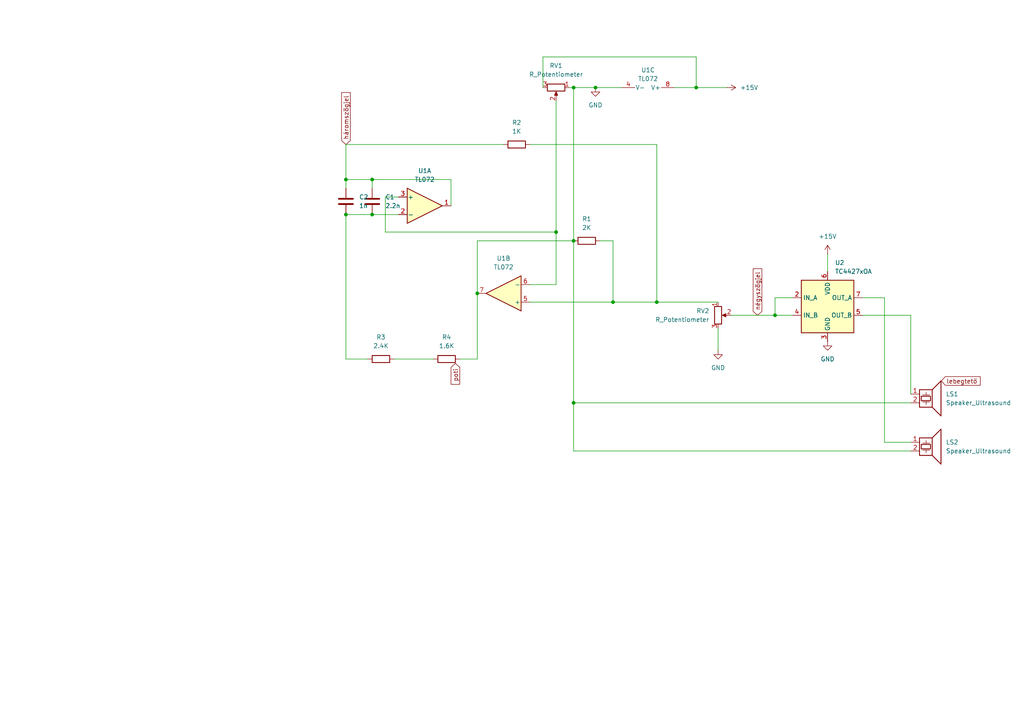
<source format=kicad_sch>
(kicad_sch
	(version 20250114)
	(generator "eeschema")
	(generator_version "9.0")
	(uuid "16fb553f-f7a2-410c-9052-8fcd90fdbff8")
	(paper "A4")
	(lib_symbols
		(symbol "Amplifier_Operational:TL072"
			(pin_names
				(offset 0.127)
			)
			(exclude_from_sim no)
			(in_bom yes)
			(on_board yes)
			(property "Reference" "U"
				(at 0 5.08 0)
				(effects
					(font
						(size 1.27 1.27)
					)
					(justify left)
				)
			)
			(property "Value" "TL072"
				(at 0 -5.08 0)
				(effects
					(font
						(size 1.27 1.27)
					)
					(justify left)
				)
			)
			(property "Footprint" ""
				(at 0 0 0)
				(effects
					(font
						(size 1.27 1.27)
					)
					(hide yes)
				)
			)
			(property "Datasheet" "http://www.ti.com/lit/ds/symlink/tl071.pdf"
				(at 0 0 0)
				(effects
					(font
						(size 1.27 1.27)
					)
					(hide yes)
				)
			)
			(property "Description" "Dual Low-Noise JFET-Input Operational Amplifiers, DIP-8/SOIC-8"
				(at 0 0 0)
				(effects
					(font
						(size 1.27 1.27)
					)
					(hide yes)
				)
			)
			(property "ki_locked" ""
				(at 0 0 0)
				(effects
					(font
						(size 1.27 1.27)
					)
				)
			)
			(property "ki_keywords" "dual opamp"
				(at 0 0 0)
				(effects
					(font
						(size 1.27 1.27)
					)
					(hide yes)
				)
			)
			(property "ki_fp_filters" "SOIC*3.9x4.9mm*P1.27mm* DIP*W7.62mm* TO*99* OnSemi*Micro8* TSSOP*3x3mm*P0.65mm* TSSOP*4.4x3mm*P0.65mm* MSOP*3x3mm*P0.65mm* SSOP*3.9x4.9mm*P0.635mm* LFCSP*2x2mm*P0.5mm* *SIP* SOIC*5.3x6.2mm*P1.27mm*"
				(at 0 0 0)
				(effects
					(font
						(size 1.27 1.27)
					)
					(hide yes)
				)
			)
			(symbol "TL072_1_1"
				(polyline
					(pts
						(xy -5.08 5.08) (xy 5.08 0) (xy -5.08 -5.08) (xy -5.08 5.08)
					)
					(stroke
						(width 0.254)
						(type default)
					)
					(fill
						(type background)
					)
				)
				(pin input line
					(at -7.62 2.54 0)
					(length 2.54)
					(name "+"
						(effects
							(font
								(size 1.27 1.27)
							)
						)
					)
					(number "3"
						(effects
							(font
								(size 1.27 1.27)
							)
						)
					)
				)
				(pin input line
					(at -7.62 -2.54 0)
					(length 2.54)
					(name "-"
						(effects
							(font
								(size 1.27 1.27)
							)
						)
					)
					(number "2"
						(effects
							(font
								(size 1.27 1.27)
							)
						)
					)
				)
				(pin output line
					(at 7.62 0 180)
					(length 2.54)
					(name "~"
						(effects
							(font
								(size 1.27 1.27)
							)
						)
					)
					(number "1"
						(effects
							(font
								(size 1.27 1.27)
							)
						)
					)
				)
			)
			(symbol "TL072_2_1"
				(polyline
					(pts
						(xy -5.08 5.08) (xy 5.08 0) (xy -5.08 -5.08) (xy -5.08 5.08)
					)
					(stroke
						(width 0.254)
						(type default)
					)
					(fill
						(type background)
					)
				)
				(pin input line
					(at -7.62 2.54 0)
					(length 2.54)
					(name "+"
						(effects
							(font
								(size 1.27 1.27)
							)
						)
					)
					(number "5"
						(effects
							(font
								(size 1.27 1.27)
							)
						)
					)
				)
				(pin input line
					(at -7.62 -2.54 0)
					(length 2.54)
					(name "-"
						(effects
							(font
								(size 1.27 1.27)
							)
						)
					)
					(number "6"
						(effects
							(font
								(size 1.27 1.27)
							)
						)
					)
				)
				(pin output line
					(at 7.62 0 180)
					(length 2.54)
					(name "~"
						(effects
							(font
								(size 1.27 1.27)
							)
						)
					)
					(number "7"
						(effects
							(font
								(size 1.27 1.27)
							)
						)
					)
				)
			)
			(symbol "TL072_3_1"
				(pin power_in line
					(at -2.54 7.62 270)
					(length 3.81)
					(name "V+"
						(effects
							(font
								(size 1.27 1.27)
							)
						)
					)
					(number "8"
						(effects
							(font
								(size 1.27 1.27)
							)
						)
					)
				)
				(pin power_in line
					(at -2.54 -7.62 90)
					(length 3.81)
					(name "V-"
						(effects
							(font
								(size 1.27 1.27)
							)
						)
					)
					(number "4"
						(effects
							(font
								(size 1.27 1.27)
							)
						)
					)
				)
			)
			(embedded_fonts no)
		)
		(symbol "Device:C"
			(pin_numbers
				(hide yes)
			)
			(pin_names
				(offset 0.254)
			)
			(exclude_from_sim no)
			(in_bom yes)
			(on_board yes)
			(property "Reference" "C"
				(at 0.635 2.54 0)
				(effects
					(font
						(size 1.27 1.27)
					)
					(justify left)
				)
			)
			(property "Value" "C"
				(at 0.635 -2.54 0)
				(effects
					(font
						(size 1.27 1.27)
					)
					(justify left)
				)
			)
			(property "Footprint" ""
				(at 0.9652 -3.81 0)
				(effects
					(font
						(size 1.27 1.27)
					)
					(hide yes)
				)
			)
			(property "Datasheet" "~"
				(at 0 0 0)
				(effects
					(font
						(size 1.27 1.27)
					)
					(hide yes)
				)
			)
			(property "Description" "Unpolarized capacitor"
				(at 0 0 0)
				(effects
					(font
						(size 1.27 1.27)
					)
					(hide yes)
				)
			)
			(property "ki_keywords" "cap capacitor"
				(at 0 0 0)
				(effects
					(font
						(size 1.27 1.27)
					)
					(hide yes)
				)
			)
			(property "ki_fp_filters" "C_*"
				(at 0 0 0)
				(effects
					(font
						(size 1.27 1.27)
					)
					(hide yes)
				)
			)
			(symbol "C_0_1"
				(polyline
					(pts
						(xy -2.032 0.762) (xy 2.032 0.762)
					)
					(stroke
						(width 0.508)
						(type default)
					)
					(fill
						(type none)
					)
				)
				(polyline
					(pts
						(xy -2.032 -0.762) (xy 2.032 -0.762)
					)
					(stroke
						(width 0.508)
						(type default)
					)
					(fill
						(type none)
					)
				)
			)
			(symbol "C_1_1"
				(pin passive line
					(at 0 3.81 270)
					(length 2.794)
					(name "~"
						(effects
							(font
								(size 1.27 1.27)
							)
						)
					)
					(number "1"
						(effects
							(font
								(size 1.27 1.27)
							)
						)
					)
				)
				(pin passive line
					(at 0 -3.81 90)
					(length 2.794)
					(name "~"
						(effects
							(font
								(size 1.27 1.27)
							)
						)
					)
					(number "2"
						(effects
							(font
								(size 1.27 1.27)
							)
						)
					)
				)
			)
			(embedded_fonts no)
		)
		(symbol "Device:R"
			(pin_numbers
				(hide yes)
			)
			(pin_names
				(offset 0)
			)
			(exclude_from_sim no)
			(in_bom yes)
			(on_board yes)
			(property "Reference" "R"
				(at 2.032 0 90)
				(effects
					(font
						(size 1.27 1.27)
					)
				)
			)
			(property "Value" "R"
				(at 0 0 90)
				(effects
					(font
						(size 1.27 1.27)
					)
				)
			)
			(property "Footprint" ""
				(at -1.778 0 90)
				(effects
					(font
						(size 1.27 1.27)
					)
					(hide yes)
				)
			)
			(property "Datasheet" "~"
				(at 0 0 0)
				(effects
					(font
						(size 1.27 1.27)
					)
					(hide yes)
				)
			)
			(property "Description" "Resistor"
				(at 0 0 0)
				(effects
					(font
						(size 1.27 1.27)
					)
					(hide yes)
				)
			)
			(property "ki_keywords" "R res resistor"
				(at 0 0 0)
				(effects
					(font
						(size 1.27 1.27)
					)
					(hide yes)
				)
			)
			(property "ki_fp_filters" "R_*"
				(at 0 0 0)
				(effects
					(font
						(size 1.27 1.27)
					)
					(hide yes)
				)
			)
			(symbol "R_0_1"
				(rectangle
					(start -1.016 -2.54)
					(end 1.016 2.54)
					(stroke
						(width 0.254)
						(type default)
					)
					(fill
						(type none)
					)
				)
			)
			(symbol "R_1_1"
				(pin passive line
					(at 0 3.81 270)
					(length 1.27)
					(name "~"
						(effects
							(font
								(size 1.27 1.27)
							)
						)
					)
					(number "1"
						(effects
							(font
								(size 1.27 1.27)
							)
						)
					)
				)
				(pin passive line
					(at 0 -3.81 90)
					(length 1.27)
					(name "~"
						(effects
							(font
								(size 1.27 1.27)
							)
						)
					)
					(number "2"
						(effects
							(font
								(size 1.27 1.27)
							)
						)
					)
				)
			)
			(embedded_fonts no)
		)
		(symbol "Device:R_Potentiometer"
			(pin_names
				(offset 1.016)
				(hide yes)
			)
			(exclude_from_sim no)
			(in_bom yes)
			(on_board yes)
			(property "Reference" "RV"
				(at -4.445 0 90)
				(effects
					(font
						(size 1.27 1.27)
					)
				)
			)
			(property "Value" "R_Potentiometer"
				(at -2.54 0 90)
				(effects
					(font
						(size 1.27 1.27)
					)
				)
			)
			(property "Footprint" ""
				(at 0 0 0)
				(effects
					(font
						(size 1.27 1.27)
					)
					(hide yes)
				)
			)
			(property "Datasheet" "~"
				(at 0 0 0)
				(effects
					(font
						(size 1.27 1.27)
					)
					(hide yes)
				)
			)
			(property "Description" "Potentiometer"
				(at 0 0 0)
				(effects
					(font
						(size 1.27 1.27)
					)
					(hide yes)
				)
			)
			(property "ki_keywords" "resistor variable"
				(at 0 0 0)
				(effects
					(font
						(size 1.27 1.27)
					)
					(hide yes)
				)
			)
			(property "ki_fp_filters" "Potentiometer*"
				(at 0 0 0)
				(effects
					(font
						(size 1.27 1.27)
					)
					(hide yes)
				)
			)
			(symbol "R_Potentiometer_0_1"
				(rectangle
					(start 1.016 2.54)
					(end -1.016 -2.54)
					(stroke
						(width 0.254)
						(type default)
					)
					(fill
						(type none)
					)
				)
				(polyline
					(pts
						(xy 1.143 0) (xy 2.286 0.508) (xy 2.286 -0.508) (xy 1.143 0)
					)
					(stroke
						(width 0)
						(type default)
					)
					(fill
						(type outline)
					)
				)
				(polyline
					(pts
						(xy 2.54 0) (xy 1.524 0)
					)
					(stroke
						(width 0)
						(type default)
					)
					(fill
						(type none)
					)
				)
			)
			(symbol "R_Potentiometer_1_1"
				(pin passive line
					(at 0 3.81 270)
					(length 1.27)
					(name "1"
						(effects
							(font
								(size 1.27 1.27)
							)
						)
					)
					(number "1"
						(effects
							(font
								(size 1.27 1.27)
							)
						)
					)
				)
				(pin passive line
					(at 0 -3.81 90)
					(length 1.27)
					(name "3"
						(effects
							(font
								(size 1.27 1.27)
							)
						)
					)
					(number "3"
						(effects
							(font
								(size 1.27 1.27)
							)
						)
					)
				)
				(pin passive line
					(at 3.81 0 180)
					(length 1.27)
					(name "2"
						(effects
							(font
								(size 1.27 1.27)
							)
						)
					)
					(number "2"
						(effects
							(font
								(size 1.27 1.27)
							)
						)
					)
				)
			)
			(embedded_fonts no)
		)
		(symbol "Device:Speaker_Ultrasound"
			(pin_names
				(offset 0)
				(hide yes)
			)
			(exclude_from_sim no)
			(in_bom yes)
			(on_board yes)
			(property "Reference" "LS"
				(at 0.635 5.715 0)
				(effects
					(font
						(size 1.27 1.27)
					)
					(justify right)
				)
			)
			(property "Value" "Speaker_Ultrasound"
				(at 0.635 3.81 0)
				(effects
					(font
						(size 1.27 1.27)
					)
					(justify right)
				)
			)
			(property "Footprint" ""
				(at -0.889 -1.27 0)
				(effects
					(font
						(size 1.27 1.27)
					)
					(hide yes)
				)
			)
			(property "Datasheet" "~"
				(at -0.889 -1.27 0)
				(effects
					(font
						(size 1.27 1.27)
					)
					(hide yes)
				)
			)
			(property "Description" "Ultrasonic transducer"
				(at 0 0 0)
				(effects
					(font
						(size 1.27 1.27)
					)
					(hide yes)
				)
			)
			(property "ki_keywords" "crystal speaker ultrasonic transducer"
				(at 0 0 0)
				(effects
					(font
						(size 1.27 1.27)
					)
					(hide yes)
				)
			)
			(symbol "Speaker_Ultrasound_0_0"
				(rectangle
					(start -2.54 1.27)
					(end 1.143 -3.81)
					(stroke
						(width 0.254)
						(type default)
					)
					(fill
						(type none)
					)
				)
				(rectangle
					(start -2.032 -0.635)
					(end 0.635 -1.905)
					(stroke
						(width 0.254)
						(type default)
					)
					(fill
						(type none)
					)
				)
				(polyline
					(pts
						(xy -1.651 -0.254) (xy 0.381 -0.254)
					)
					(stroke
						(width 0)
						(type default)
					)
					(fill
						(type none)
					)
				)
				(polyline
					(pts
						(xy -1.651 -2.286) (xy 0.381 -2.286)
					)
					(stroke
						(width 0)
						(type default)
					)
					(fill
						(type none)
					)
				)
				(polyline
					(pts
						(xy -0.635 -0.254) (xy -0.635 0.508)
					)
					(stroke
						(width 0)
						(type default)
					)
					(fill
						(type none)
					)
				)
				(polyline
					(pts
						(xy -0.635 -2.286) (xy -0.635 -3.048)
					)
					(stroke
						(width 0)
						(type default)
					)
					(fill
						(type none)
					)
				)
				(polyline
					(pts
						(xy 1.143 1.27) (xy 3.683 3.81) (xy 3.683 -6.35) (xy 1.143 -3.81)
					)
					(stroke
						(width 0.254)
						(type default)
					)
					(fill
						(type none)
					)
				)
			)
			(symbol "Speaker_Ultrasound_1_1"
				(pin input line
					(at -5.08 0 0)
					(length 2.54)
					(name "1"
						(effects
							(font
								(size 1.27 1.27)
							)
						)
					)
					(number "1"
						(effects
							(font
								(size 1.27 1.27)
							)
						)
					)
				)
				(pin input line
					(at -5.08 -2.54 0)
					(length 2.54)
					(name "2"
						(effects
							(font
								(size 1.27 1.27)
							)
						)
					)
					(number "2"
						(effects
							(font
								(size 1.27 1.27)
							)
						)
					)
				)
			)
			(embedded_fonts no)
		)
		(symbol "Driver_FET:TC4427xOA"
			(exclude_from_sim no)
			(in_bom yes)
			(on_board yes)
			(property "Reference" "U"
				(at -7.62 8.89 0)
				(effects
					(font
						(size 1.27 1.27)
					)
					(justify left)
				)
			)
			(property "Value" "TC4427xOA"
				(at 1.27 8.89 0)
				(effects
					(font
						(size 1.27 1.27)
					)
					(justify left)
				)
			)
			(property "Footprint" "Package_SO:SOIC-8_3.9x4.9mm_P1.27mm"
				(at 0.508 -15.24 0)
				(effects
					(font
						(size 1.27 1.27)
					)
					(hide yes)
				)
			)
			(property "Datasheet" "https://ww1.microchip.com/downloads/en/DeviceDoc/20001422G.pdf"
				(at 0.508 -13.208 0)
				(effects
					(font
						(size 1.27 1.27)
					)
					(hide yes)
				)
			)
			(property "Description" "1.5A Dual High-Speed Power MOSFET Drivers, 4.5...18V supply, TTL/CMOS compatible inputs, non-inverting drivers, SOIC-8"
				(at 0 -11.176 0)
				(effects
					(font
						(size 1.27 1.27)
					)
					(hide yes)
				)
			)
			(property "ki_keywords" "ESD push-pull"
				(at 0 0 0)
				(effects
					(font
						(size 1.27 1.27)
					)
					(hide yes)
				)
			)
			(property "ki_fp_filters" "*SO*3.9*4.*P1.27mm*"
				(at 0 0 0)
				(effects
					(font
						(size 1.27 1.27)
					)
					(hide yes)
				)
			)
			(symbol "TC4427xOA_0_1"
				(rectangle
					(start -7.62 -7.62)
					(end 7.62 7.62)
					(stroke
						(width 0.254)
						(type default)
					)
					(fill
						(type background)
					)
				)
			)
			(symbol "TC4427xOA_1_1"
				(pin input line
					(at -10.16 2.54 0)
					(length 2.54)
					(name "IN_A"
						(effects
							(font
								(size 1.27 1.27)
							)
						)
					)
					(number "2"
						(effects
							(font
								(size 1.27 1.27)
							)
						)
					)
				)
				(pin input line
					(at -10.16 -2.54 0)
					(length 2.54)
					(name "IN_B"
						(effects
							(font
								(size 1.27 1.27)
							)
						)
					)
					(number "4"
						(effects
							(font
								(size 1.27 1.27)
							)
						)
					)
				)
				(pin no_connect line
					(at -7.62 0 0)
					(length 2.54)
					(hide yes)
					(name "NC"
						(effects
							(font
								(size 1.27 1.27)
							)
						)
					)
					(number "1"
						(effects
							(font
								(size 1.27 1.27)
							)
						)
					)
				)
				(pin power_in line
					(at 0 10.16 270)
					(length 2.54)
					(name "VDD"
						(effects
							(font
								(size 1.27 1.27)
							)
						)
					)
					(number "6"
						(effects
							(font
								(size 1.27 1.27)
							)
						)
					)
				)
				(pin power_in line
					(at 0 -10.16 90)
					(length 2.54)
					(name "GND"
						(effects
							(font
								(size 1.27 1.27)
							)
						)
					)
					(number "3"
						(effects
							(font
								(size 1.27 1.27)
							)
						)
					)
				)
				(pin no_connect line
					(at 7.62 0 180)
					(length 2.54)
					(hide yes)
					(name "NC"
						(effects
							(font
								(size 1.27 1.27)
							)
						)
					)
					(number "8"
						(effects
							(font
								(size 1.27 1.27)
							)
						)
					)
				)
				(pin output line
					(at 10.16 2.54 180)
					(length 2.54)
					(name "OUT_A"
						(effects
							(font
								(size 1.27 1.27)
							)
						)
					)
					(number "7"
						(effects
							(font
								(size 1.27 1.27)
							)
						)
					)
				)
				(pin output line
					(at 10.16 -2.54 180)
					(length 2.54)
					(name "OUT_B"
						(effects
							(font
								(size 1.27 1.27)
							)
						)
					)
					(number "5"
						(effects
							(font
								(size 1.27 1.27)
							)
						)
					)
				)
			)
			(embedded_fonts no)
		)
		(symbol "power:+15V"
			(power)
			(pin_numbers
				(hide yes)
			)
			(pin_names
				(offset 0)
				(hide yes)
			)
			(exclude_from_sim no)
			(in_bom yes)
			(on_board yes)
			(property "Reference" "#PWR"
				(at 0 -3.81 0)
				(effects
					(font
						(size 1.27 1.27)
					)
					(hide yes)
				)
			)
			(property "Value" "+15V"
				(at 0 3.556 0)
				(effects
					(font
						(size 1.27 1.27)
					)
				)
			)
			(property "Footprint" ""
				(at 0 0 0)
				(effects
					(font
						(size 1.27 1.27)
					)
					(hide yes)
				)
			)
			(property "Datasheet" ""
				(at 0 0 0)
				(effects
					(font
						(size 1.27 1.27)
					)
					(hide yes)
				)
			)
			(property "Description" "Power symbol creates a global label with name \"+15V\""
				(at 0 0 0)
				(effects
					(font
						(size 1.27 1.27)
					)
					(hide yes)
				)
			)
			(property "ki_keywords" "global power"
				(at 0 0 0)
				(effects
					(font
						(size 1.27 1.27)
					)
					(hide yes)
				)
			)
			(symbol "+15V_0_1"
				(polyline
					(pts
						(xy -0.762 1.27) (xy 0 2.54)
					)
					(stroke
						(width 0)
						(type default)
					)
					(fill
						(type none)
					)
				)
				(polyline
					(pts
						(xy 0 2.54) (xy 0.762 1.27)
					)
					(stroke
						(width 0)
						(type default)
					)
					(fill
						(type none)
					)
				)
				(polyline
					(pts
						(xy 0 0) (xy 0 2.54)
					)
					(stroke
						(width 0)
						(type default)
					)
					(fill
						(type none)
					)
				)
			)
			(symbol "+15V_1_1"
				(pin power_in line
					(at 0 0 90)
					(length 0)
					(name "~"
						(effects
							(font
								(size 1.27 1.27)
							)
						)
					)
					(number "1"
						(effects
							(font
								(size 1.27 1.27)
							)
						)
					)
				)
			)
			(embedded_fonts no)
		)
		(symbol "power:GND"
			(power)
			(pin_numbers
				(hide yes)
			)
			(pin_names
				(offset 0)
				(hide yes)
			)
			(exclude_from_sim no)
			(in_bom yes)
			(on_board yes)
			(property "Reference" "#PWR"
				(at 0 -6.35 0)
				(effects
					(font
						(size 1.27 1.27)
					)
					(hide yes)
				)
			)
			(property "Value" "GND"
				(at 0 -3.81 0)
				(effects
					(font
						(size 1.27 1.27)
					)
				)
			)
			(property "Footprint" ""
				(at 0 0 0)
				(effects
					(font
						(size 1.27 1.27)
					)
					(hide yes)
				)
			)
			(property "Datasheet" ""
				(at 0 0 0)
				(effects
					(font
						(size 1.27 1.27)
					)
					(hide yes)
				)
			)
			(property "Description" "Power symbol creates a global label with name \"GND\" , ground"
				(at 0 0 0)
				(effects
					(font
						(size 1.27 1.27)
					)
					(hide yes)
				)
			)
			(property "ki_keywords" "global power"
				(at 0 0 0)
				(effects
					(font
						(size 1.27 1.27)
					)
					(hide yes)
				)
			)
			(symbol "GND_0_1"
				(polyline
					(pts
						(xy 0 0) (xy 0 -1.27) (xy 1.27 -1.27) (xy 0 -2.54) (xy -1.27 -1.27) (xy 0 -1.27)
					)
					(stroke
						(width 0)
						(type default)
					)
					(fill
						(type none)
					)
				)
			)
			(symbol "GND_1_1"
				(pin power_in line
					(at 0 0 270)
					(length 0)
					(name "~"
						(effects
							(font
								(size 1.27 1.27)
							)
						)
					)
					(number "1"
						(effects
							(font
								(size 1.27 1.27)
							)
						)
					)
				)
			)
			(embedded_fonts no)
		)
	)
	(junction
		(at 166.37 116.84)
		(diameter 0)
		(color 0 0 0 0)
		(uuid "04d3b621-1c64-4773-9d19-ebf7965a7b7b")
	)
	(junction
		(at 161.29 67.31)
		(diameter 0)
		(color 0 0 0 0)
		(uuid "0ec46972-0486-4ca4-9d2f-a8b5a029a091")
	)
	(junction
		(at 100.33 52.07)
		(diameter 0)
		(color 0 0 0 0)
		(uuid "1bd3e01c-9cd6-4d1e-81a1-40b7e99d8882")
	)
	(junction
		(at 100.33 62.23)
		(diameter 0)
		(color 0 0 0 0)
		(uuid "1d9528a2-cb1f-4292-ac50-41274ccde578")
	)
	(junction
		(at 172.72 25.4)
		(diameter 0)
		(color 0 0 0 0)
		(uuid "2262891f-dbc8-4e87-971a-4acf5fd8cdd2")
	)
	(junction
		(at 224.79 91.44)
		(diameter 0)
		(color 0 0 0 0)
		(uuid "2e0a4802-f3a9-43d4-9ff8-ab981adfcf2b")
	)
	(junction
		(at 177.8 87.63)
		(diameter 0)
		(color 0 0 0 0)
		(uuid "53146f62-c89c-4899-ac93-c7758a5cc744")
	)
	(junction
		(at 166.37 69.85)
		(diameter 0)
		(color 0 0 0 0)
		(uuid "57c8ace6-99ef-430e-a526-406e37747405")
	)
	(junction
		(at 190.5 87.63)
		(diameter 0)
		(color 0 0 0 0)
		(uuid "91dd5efa-89b2-4037-ba1e-9023e840d1d4")
	)
	(junction
		(at 138.43 85.09)
		(diameter 0)
		(color 0 0 0 0)
		(uuid "c7e9e1ea-3915-43b1-8725-f29f94d840a1")
	)
	(junction
		(at 107.95 62.23)
		(diameter 0)
		(color 0 0 0 0)
		(uuid "ce323458-9882-47e9-ad92-e5ff97dfc383")
	)
	(junction
		(at 166.37 25.4)
		(diameter 0)
		(color 0 0 0 0)
		(uuid "d9cb3a85-d431-4ade-990c-c765dfeca920")
	)
	(junction
		(at 107.95 52.07)
		(diameter 0)
		(color 0 0 0 0)
		(uuid "ed9c282e-cbb2-450d-b912-851962e39a38")
	)
	(junction
		(at 201.93 25.4)
		(diameter 0)
		(color 0 0 0 0)
		(uuid "f50624cb-39f4-47bd-8c1f-f4dcb87d23c7")
	)
	(wire
		(pts
			(xy 190.5 87.63) (xy 208.28 87.63)
		)
		(stroke
			(width 0)
			(type default)
		)
		(uuid "03a7854a-95d2-4a29-ab9e-f8adbbb92849")
	)
	(wire
		(pts
			(xy 166.37 69.85) (xy 166.37 116.84)
		)
		(stroke
			(width 0)
			(type default)
		)
		(uuid "0657a6d3-b804-4a63-aa78-8e8523cac34c")
	)
	(wire
		(pts
			(xy 138.43 104.14) (xy 138.43 85.09)
		)
		(stroke
			(width 0)
			(type default)
		)
		(uuid "086ff19e-1ab2-49df-809c-d58df834bd2d")
	)
	(wire
		(pts
			(xy 256.54 128.27) (xy 264.16 128.27)
		)
		(stroke
			(width 0)
			(type default)
		)
		(uuid "0b0a0129-385f-417a-92bd-b87a1e64d1a9")
	)
	(wire
		(pts
			(xy 201.93 16.51) (xy 157.48 16.51)
		)
		(stroke
			(width 0)
			(type default)
		)
		(uuid "134a3aaa-3f2a-4449-b7b1-67fb454ec48c")
	)
	(wire
		(pts
			(xy 195.58 25.4) (xy 201.93 25.4)
		)
		(stroke
			(width 0)
			(type default)
		)
		(uuid "15a46031-b513-439c-b962-ff5fd0b71a4c")
	)
	(wire
		(pts
			(xy 138.43 69.85) (xy 166.37 69.85)
		)
		(stroke
			(width 0)
			(type default)
		)
		(uuid "182ca5ca-fcc7-4a78-b32e-c0c5b262d619")
	)
	(wire
		(pts
			(xy 264.16 116.84) (xy 166.37 116.84)
		)
		(stroke
			(width 0)
			(type default)
		)
		(uuid "1e46d76f-e331-4e3a-90ea-a25dde1ecf60")
	)
	(wire
		(pts
			(xy 166.37 116.84) (xy 166.37 130.81)
		)
		(stroke
			(width 0)
			(type default)
		)
		(uuid "2d89491c-8232-4473-86e7-55d7e673f7ee")
	)
	(wire
		(pts
			(xy 165.1 25.4) (xy 166.37 25.4)
		)
		(stroke
			(width 0)
			(type default)
		)
		(uuid "2f89dc19-c118-4f7e-8dce-7deba2198d1b")
	)
	(wire
		(pts
			(xy 250.19 91.44) (xy 264.16 91.44)
		)
		(stroke
			(width 0)
			(type default)
		)
		(uuid "3618172c-4590-49f7-be2a-b016633f771e")
	)
	(wire
		(pts
			(xy 264.16 91.44) (xy 264.16 114.3)
		)
		(stroke
			(width 0)
			(type default)
		)
		(uuid "3e700c48-bdbf-4ac9-8bd1-5481559a680a")
	)
	(wire
		(pts
			(xy 212.09 91.44) (xy 224.79 91.44)
		)
		(stroke
			(width 0)
			(type default)
		)
		(uuid "4043a967-2511-4be9-88f2-e41eb1dda1bc")
	)
	(wire
		(pts
			(xy 100.33 52.07) (xy 100.33 41.91)
		)
		(stroke
			(width 0)
			(type default)
		)
		(uuid "41d4041d-c4bb-4581-945b-478386b0f94a")
	)
	(wire
		(pts
			(xy 107.95 52.07) (xy 130.81 52.07)
		)
		(stroke
			(width 0)
			(type default)
		)
		(uuid "4d1b1988-1f21-4f22-8bc8-8cab57ed09e3")
	)
	(wire
		(pts
			(xy 224.79 91.44) (xy 224.79 86.36)
		)
		(stroke
			(width 0)
			(type default)
		)
		(uuid "5064f629-cfa8-4d14-b1b2-2f1e2c03c956")
	)
	(wire
		(pts
			(xy 177.8 87.63) (xy 190.5 87.63)
		)
		(stroke
			(width 0)
			(type default)
		)
		(uuid "5305d3b2-e330-4995-99b1-eb02dedc7759")
	)
	(wire
		(pts
			(xy 107.95 62.23) (xy 115.57 62.23)
		)
		(stroke
			(width 0)
			(type default)
		)
		(uuid "61806faa-8a31-43f3-afd2-bcab3bf78efd")
	)
	(wire
		(pts
			(xy 172.72 25.4) (xy 180.34 25.4)
		)
		(stroke
			(width 0)
			(type default)
		)
		(uuid "666d47ca-4085-4a27-800e-f4f2d315b434")
	)
	(wire
		(pts
			(xy 166.37 25.4) (xy 172.72 25.4)
		)
		(stroke
			(width 0)
			(type default)
		)
		(uuid "66ccdd24-ac49-4cea-b500-b857416bf5dd")
	)
	(wire
		(pts
			(xy 157.48 16.51) (xy 157.48 25.4)
		)
		(stroke
			(width 0)
			(type default)
		)
		(uuid "69125752-c1b1-41c0-a83d-c108d905f865")
	)
	(wire
		(pts
			(xy 208.28 95.25) (xy 208.28 101.6)
		)
		(stroke
			(width 0)
			(type default)
		)
		(uuid "6d479671-1652-44fb-b51f-6f2a492d7709")
	)
	(wire
		(pts
			(xy 161.29 29.21) (xy 161.29 67.31)
		)
		(stroke
			(width 0)
			(type default)
		)
		(uuid "739347a7-5e02-4199-aabb-90f8f631fee5")
	)
	(wire
		(pts
			(xy 166.37 25.4) (xy 166.37 69.85)
		)
		(stroke
			(width 0)
			(type default)
		)
		(uuid "7cd07144-bacf-45ac-9d90-c9428468a556")
	)
	(wire
		(pts
			(xy 224.79 86.36) (xy 229.87 86.36)
		)
		(stroke
			(width 0)
			(type default)
		)
		(uuid "7e4449a3-3eb2-4af3-b38e-3fd6ce9e9157")
	)
	(wire
		(pts
			(xy 100.33 41.91) (xy 146.05 41.91)
		)
		(stroke
			(width 0)
			(type default)
		)
		(uuid "80bb44b5-301d-4a3d-b53a-fdcede692d97")
	)
	(wire
		(pts
			(xy 100.33 104.14) (xy 106.68 104.14)
		)
		(stroke
			(width 0)
			(type default)
		)
		(uuid "82fb4155-eef4-40ac-ab80-1daab14e535f")
	)
	(wire
		(pts
			(xy 153.67 87.63) (xy 177.8 87.63)
		)
		(stroke
			(width 0)
			(type default)
		)
		(uuid "8ad3f337-4e33-4aca-8a40-a0d6fe9eaec7")
	)
	(wire
		(pts
			(xy 114.3 104.14) (xy 125.73 104.14)
		)
		(stroke
			(width 0)
			(type default)
		)
		(uuid "96b18559-e310-4339-8e15-b01cd1e854d1")
	)
	(wire
		(pts
			(xy 111.76 67.31) (xy 161.29 67.31)
		)
		(stroke
			(width 0)
			(type default)
		)
		(uuid "97131311-9d16-45a1-a643-a6359abf8783")
	)
	(wire
		(pts
			(xy 130.81 59.69) (xy 130.81 52.07)
		)
		(stroke
			(width 0)
			(type default)
		)
		(uuid "a1fe7b13-1289-4d89-b407-1e2225db8bee")
	)
	(wire
		(pts
			(xy 138.43 85.09) (xy 138.43 69.85)
		)
		(stroke
			(width 0)
			(type default)
		)
		(uuid "a39d59f3-7ef8-4cf8-b1bd-8ead738ad12d")
	)
	(wire
		(pts
			(xy 100.33 52.07) (xy 107.95 52.07)
		)
		(stroke
			(width 0)
			(type default)
		)
		(uuid "a40b4268-2fbe-4ca8-b58c-681a92ad8671")
	)
	(wire
		(pts
			(xy 133.35 104.14) (xy 138.43 104.14)
		)
		(stroke
			(width 0)
			(type default)
		)
		(uuid "a851c8e7-791e-4598-9487-bac0eac71a2d")
	)
	(wire
		(pts
			(xy 264.16 130.81) (xy 166.37 130.81)
		)
		(stroke
			(width 0)
			(type default)
		)
		(uuid "aa1d908e-5745-4457-a0f9-a532c5717c64")
	)
	(wire
		(pts
			(xy 224.79 91.44) (xy 229.87 91.44)
		)
		(stroke
			(width 0)
			(type default)
		)
		(uuid "acb365da-294d-4d66-a4f3-0d5663f7998c")
	)
	(wire
		(pts
			(xy 111.76 57.15) (xy 111.76 67.31)
		)
		(stroke
			(width 0)
			(type default)
		)
		(uuid "b8b7dded-e752-4967-b645-82353eef301c")
	)
	(wire
		(pts
			(xy 107.95 52.07) (xy 107.95 54.61)
		)
		(stroke
			(width 0)
			(type default)
		)
		(uuid "b990a252-56c9-4254-8813-ddb7e504d061")
	)
	(wire
		(pts
			(xy 115.57 57.15) (xy 111.76 57.15)
		)
		(stroke
			(width 0)
			(type default)
		)
		(uuid "bede2502-eb36-4188-bd3d-5021b86ed3f2")
	)
	(wire
		(pts
			(xy 190.5 41.91) (xy 190.5 87.63)
		)
		(stroke
			(width 0)
			(type default)
		)
		(uuid "c5d27325-5db6-4fcd-982e-742266359527")
	)
	(wire
		(pts
			(xy 256.54 86.36) (xy 256.54 128.27)
		)
		(stroke
			(width 0)
			(type default)
		)
		(uuid "c679af36-65ad-4bf3-8e70-692f5cdb3a23")
	)
	(wire
		(pts
			(xy 161.29 67.31) (xy 161.29 82.55)
		)
		(stroke
			(width 0)
			(type default)
		)
		(uuid "cddec634-7e70-4353-a5f0-b842a007e95d")
	)
	(wire
		(pts
			(xy 100.33 62.23) (xy 100.33 104.14)
		)
		(stroke
			(width 0)
			(type default)
		)
		(uuid "cf3688ab-eac4-4cf2-bf53-ead53a09fe5b")
	)
	(wire
		(pts
			(xy 161.29 82.55) (xy 153.67 82.55)
		)
		(stroke
			(width 0)
			(type default)
		)
		(uuid "d4071c9a-e12e-458b-be6d-fbfc138c63cd")
	)
	(wire
		(pts
			(xy 250.19 86.36) (xy 256.54 86.36)
		)
		(stroke
			(width 0)
			(type default)
		)
		(uuid "d42ef455-0d17-4750-a9af-cd6c34539100")
	)
	(wire
		(pts
			(xy 173.99 69.85) (xy 177.8 69.85)
		)
		(stroke
			(width 0)
			(type default)
		)
		(uuid "db03e176-d3bd-4b2b-b395-4bb262eb65bc")
	)
	(wire
		(pts
			(xy 100.33 62.23) (xy 107.95 62.23)
		)
		(stroke
			(width 0)
			(type default)
		)
		(uuid "e6a9527c-61f9-4794-a6d4-872c340dcfbd")
	)
	(wire
		(pts
			(xy 153.67 41.91) (xy 190.5 41.91)
		)
		(stroke
			(width 0)
			(type default)
		)
		(uuid "e9cd4ebe-075c-4299-90f3-fa80257662fc")
	)
	(wire
		(pts
			(xy 100.33 52.07) (xy 100.33 54.61)
		)
		(stroke
			(width 0)
			(type default)
		)
		(uuid "efe290cb-f478-4edc-a90f-869f9826dc6e")
	)
	(wire
		(pts
			(xy 201.93 25.4) (xy 210.82 25.4)
		)
		(stroke
			(width 0)
			(type default)
		)
		(uuid "f90a9c4a-badb-417f-929a-81bcf2d543d5")
	)
	(wire
		(pts
			(xy 177.8 87.63) (xy 177.8 69.85)
		)
		(stroke
			(width 0)
			(type default)
		)
		(uuid "fe3c6803-5024-421c-9d90-b97d60b1ef09")
	)
	(wire
		(pts
			(xy 201.93 25.4) (xy 201.93 16.51)
		)
		(stroke
			(width 0)
			(type default)
		)
		(uuid "feb298ea-6cfd-486e-bbf1-acf32cba2591")
	)
	(wire
		(pts
			(xy 240.03 73.66) (xy 240.03 78.74)
		)
		(stroke
			(width 0)
			(type default)
		)
		(uuid "ff40d159-90e3-4f8f-85b8-6e49f7fb1217")
	)
	(global_label "háromszögjel"
		(shape input)
		(at 100.33 41.91 90)
		(fields_autoplaced yes)
		(effects
			(font
				(size 1.27 1.27)
			)
			(justify left)
		)
		(uuid "9049f7ff-5223-4db1-a6ff-ce8675c24a40")
		(property "Intersheetrefs" "${INTERSHEET_REFS}"
			(at 100.33 26.2855 90)
			(effects
				(font
					(size 1.27 1.27)
				)
				(justify left)
				(hide yes)
			)
		)
	)
	(global_label "lebegtető"
		(shape input)
		(at 273.05 110.49 0)
		(fields_autoplaced yes)
		(effects
			(font
				(size 1.27 1.27)
			)
			(justify left)
		)
		(uuid "c82cea2a-b22f-464e-b814-7c4dc3d2b9bd")
		(property "Intersheetrefs" "${INTERSHEET_REFS}"
			(at 284.8646 110.49 0)
			(effects
				(font
					(size 1.27 1.27)
				)
				(justify left)
				(hide yes)
			)
		)
	)
	(global_label "négyszögjel"
		(shape input)
		(at 219.71 91.44 90)
		(fields_autoplaced yes)
		(effects
			(font
				(size 1.27 1.27)
			)
			(justify left)
		)
		(uuid "cf42db07-76a7-4842-a716-cd0c4a950929")
		(property "Intersheetrefs" "${INTERSHEET_REFS}"
			(at 219.71 77.3878 90)
			(effects
				(font
					(size 1.27 1.27)
				)
				(justify left)
				(hide yes)
			)
		)
	)
	(global_label "poti"
		(shape input)
		(at 132.08 105.41 270)
		(fields_autoplaced yes)
		(effects
			(font
				(size 1.27 1.27)
			)
			(justify right)
		)
		(uuid "ed78618a-a2ff-45ac-9b1f-448291a9a435")
		(property "Intersheetrefs" "${INTERSHEET_REFS}"
			(at 132.08 112.0237 90)
			(effects
				(font
					(size 1.27 1.27)
				)
				(justify right)
				(hide yes)
			)
		)
	)
	(symbol
		(lib_id "Device:Speaker_Ultrasound")
		(at 269.24 114.3 0)
		(unit 1)
		(exclude_from_sim no)
		(in_bom yes)
		(on_board yes)
		(dnp no)
		(fields_autoplaced yes)
		(uuid "212421a3-4b6e-4729-b053-d7af99cd156b")
		(property "Reference" "LS1"
			(at 274.32 114.2999 0)
			(effects
				(font
					(size 1.27 1.27)
				)
				(justify left)
			)
		)
		(property "Value" "Speaker_Ultrasound"
			(at 274.32 116.8399 0)
			(effects
				(font
					(size 1.27 1.27)
				)
				(justify left)
			)
		)
		(property "Footprint" ""
			(at 268.351 115.57 0)
			(effects
				(font
					(size 1.27 1.27)
				)
				(hide yes)
			)
		)
		(property "Datasheet" "~"
			(at 268.351 115.57 0)
			(effects
				(font
					(size 1.27 1.27)
				)
				(hide yes)
			)
		)
		(property "Description" "Ultrasonic transducer"
			(at 269.24 114.3 0)
			(effects
				(font
					(size 1.27 1.27)
				)
				(hide yes)
			)
		)
		(pin "1"
			(uuid "6bc24f15-f165-42b6-8f69-79e0c878b031")
		)
		(pin "2"
			(uuid "cb3c4ca8-b6f0-431b-8aac-8b297413c26a")
		)
		(instances
			(project ""
				(path "/16fb553f-f7a2-410c-9052-8fcd90fdbff8"
					(reference "LS1")
					(unit 1)
				)
			)
		)
	)
	(symbol
		(lib_id "Device:C")
		(at 107.95 58.42 0)
		(unit 1)
		(exclude_from_sim no)
		(in_bom yes)
		(on_board yes)
		(dnp no)
		(fields_autoplaced yes)
		(uuid "40a2ebe8-e459-4dcc-a222-ef2373ecca32")
		(property "Reference" "C1"
			(at 111.76 57.1499 0)
			(effects
				(font
					(size 1.27 1.27)
				)
				(justify left)
			)
		)
		(property "Value" "2.2n"
			(at 111.76 59.6899 0)
			(effects
				(font
					(size 1.27 1.27)
				)
				(justify left)
			)
		)
		(property "Footprint" ""
			(at 108.9152 62.23 0)
			(effects
				(font
					(size 1.27 1.27)
				)
				(hide yes)
			)
		)
		(property "Datasheet" "~"
			(at 107.95 58.42 0)
			(effects
				(font
					(size 1.27 1.27)
				)
				(hide yes)
			)
		)
		(property "Description" "Unpolarized capacitor"
			(at 107.95 58.42 0)
			(effects
				(font
					(size 1.27 1.27)
				)
				(hide yes)
			)
		)
		(pin "2"
			(uuid "afc517e6-9ae6-4f28-ad25-0eb94f30ed24")
		)
		(pin "1"
			(uuid "4f38ef48-fd0f-4276-ad5e-f5a75a087238")
		)
		(instances
			(project ""
				(path "/16fb553f-f7a2-410c-9052-8fcd90fdbff8"
					(reference "C1")
					(unit 1)
				)
			)
		)
	)
	(symbol
		(lib_id "power:GND")
		(at 208.28 101.6 0)
		(unit 1)
		(exclude_from_sim no)
		(in_bom yes)
		(on_board yes)
		(dnp no)
		(fields_autoplaced yes)
		(uuid "479621a7-f50d-4a40-a4ed-dbfb251608ac")
		(property "Reference" "#PWR02"
			(at 208.28 107.95 0)
			(effects
				(font
					(size 1.27 1.27)
				)
				(hide yes)
			)
		)
		(property "Value" "GND"
			(at 208.28 106.68 0)
			(effects
				(font
					(size 1.27 1.27)
				)
			)
		)
		(property "Footprint" ""
			(at 208.28 101.6 0)
			(effects
				(font
					(size 1.27 1.27)
				)
				(hide yes)
			)
		)
		(property "Datasheet" ""
			(at 208.28 101.6 0)
			(effects
				(font
					(size 1.27 1.27)
				)
				(hide yes)
			)
		)
		(property "Description" "Power symbol creates a global label with name \"GND\" , ground"
			(at 208.28 101.6 0)
			(effects
				(font
					(size 1.27 1.27)
				)
				(hide yes)
			)
		)
		(pin "1"
			(uuid "06a9c8c5-661d-453e-9c59-cb02b48fe460")
		)
		(instances
			(project ""
				(path "/16fb553f-f7a2-410c-9052-8fcd90fdbff8"
					(reference "#PWR02")
					(unit 1)
				)
			)
		)
	)
	(symbol
		(lib_id "Device:R")
		(at 129.54 104.14 90)
		(unit 1)
		(exclude_from_sim no)
		(in_bom yes)
		(on_board yes)
		(dnp no)
		(fields_autoplaced yes)
		(uuid "4958e08d-0f3c-44d5-8e0a-49a69596d5a0")
		(property "Reference" "R4"
			(at 129.54 97.79 90)
			(effects
				(font
					(size 1.27 1.27)
				)
			)
		)
		(property "Value" "1.6K"
			(at 129.54 100.33 90)
			(effects
				(font
					(size 1.27 1.27)
				)
			)
		)
		(property "Footprint" ""
			(at 129.54 105.918 90)
			(effects
				(font
					(size 1.27 1.27)
				)
				(hide yes)
			)
		)
		(property "Datasheet" "~"
			(at 129.54 104.14 0)
			(effects
				(font
					(size 1.27 1.27)
				)
				(hide yes)
			)
		)
		(property "Description" "Resistor"
			(at 129.54 104.14 0)
			(effects
				(font
					(size 1.27 1.27)
				)
				(hide yes)
			)
		)
		(pin "2"
			(uuid "4fcde1b6-a90f-4336-8df2-b6555143f19b")
		)
		(pin "1"
			(uuid "604149a3-3206-4fb3-87a9-32519c47dfd8")
		)
		(instances
			(project ""
				(path "/16fb553f-f7a2-410c-9052-8fcd90fdbff8"
					(reference "R4")
					(unit 1)
				)
			)
		)
	)
	(symbol
		(lib_id "Amplifier_Operational:TL072")
		(at 146.05 85.09 180)
		(unit 2)
		(exclude_from_sim no)
		(in_bom yes)
		(on_board yes)
		(dnp no)
		(fields_autoplaced yes)
		(uuid "4b2f9269-57d5-4fec-a98e-f5d0ab8627a8")
		(property "Reference" "U1"
			(at 146.05 74.93 0)
			(effects
				(font
					(size 1.27 1.27)
				)
			)
		)
		(property "Value" "TL072"
			(at 146.05 77.47 0)
			(effects
				(font
					(size 1.27 1.27)
				)
			)
		)
		(property "Footprint" ""
			(at 146.05 85.09 0)
			(effects
				(font
					(size 1.27 1.27)
				)
				(hide yes)
			)
		)
		(property "Datasheet" "http://www.ti.com/lit/ds/symlink/tl071.pdf"
			(at 146.05 85.09 0)
			(effects
				(font
					(size 1.27 1.27)
				)
				(hide yes)
			)
		)
		(property "Description" "Dual Low-Noise JFET-Input Operational Amplifiers, DIP-8/SOIC-8"
			(at 146.05 85.09 0)
			(effects
				(font
					(size 1.27 1.27)
				)
				(hide yes)
			)
		)
		(pin "1"
			(uuid "eb95bf74-820f-4499-ba97-b522c5fdc73c")
		)
		(pin "4"
			(uuid "109854bf-72ff-4c84-a20f-57fa3144f172")
		)
		(pin "3"
			(uuid "b25aeeac-9c94-4997-81e5-9f7979f10528")
		)
		(pin "6"
			(uuid "7c82a9c4-4abc-48f3-b85c-62fa03620452")
		)
		(pin "5"
			(uuid "1f0686ee-b99a-464b-8fd1-3462a826e942")
		)
		(pin "7"
			(uuid "5e2f6d50-2238-4cf2-a538-0178c09882f6")
		)
		(pin "8"
			(uuid "7801157c-8f2b-4312-b2bb-b7a294f208fd")
		)
		(pin "2"
			(uuid "6690e530-411c-418e-9daa-5428a815ac6c")
		)
		(instances
			(project ""
				(path "/16fb553f-f7a2-410c-9052-8fcd90fdbff8"
					(reference "U1")
					(unit 2)
				)
			)
		)
	)
	(symbol
		(lib_id "Amplifier_Operational:TL072")
		(at 187.96 27.94 270)
		(unit 3)
		(exclude_from_sim no)
		(in_bom yes)
		(on_board yes)
		(dnp no)
		(fields_autoplaced yes)
		(uuid "4b2f9269-57d5-4fec-a98e-f5d0ab8627a9")
		(property "Reference" "U1"
			(at 187.96 20.32 90)
			(effects
				(font
					(size 1.27 1.27)
				)
			)
		)
		(property "Value" "TL072"
			(at 187.96 22.86 90)
			(effects
				(font
					(size 1.27 1.27)
				)
			)
		)
		(property "Footprint" ""
			(at 187.96 27.94 0)
			(effects
				(font
					(size 1.27 1.27)
				)
				(hide yes)
			)
		)
		(property "Datasheet" "http://www.ti.com/lit/ds/symlink/tl071.pdf"
			(at 187.96 27.94 0)
			(effects
				(font
					(size 1.27 1.27)
				)
				(hide yes)
			)
		)
		(property "Description" "Dual Low-Noise JFET-Input Operational Amplifiers, DIP-8/SOIC-8"
			(at 187.96 27.94 0)
			(effects
				(font
					(size 1.27 1.27)
				)
				(hide yes)
			)
		)
		(pin "1"
			(uuid "eb95bf74-820f-4499-ba97-b522c5fdc73d")
		)
		(pin "4"
			(uuid "109854bf-72ff-4c84-a20f-57fa3144f173")
		)
		(pin "3"
			(uuid "b25aeeac-9c94-4997-81e5-9f7979f10529")
		)
		(pin "6"
			(uuid "7c82a9c4-4abc-48f3-b85c-62fa03620453")
		)
		(pin "5"
			(uuid "1f0686ee-b99a-464b-8fd1-3462a826e943")
		)
		(pin "7"
			(uuid "5e2f6d50-2238-4cf2-a538-0178c09882f7")
		)
		(pin "8"
			(uuid "7801157c-8f2b-4312-b2bb-b7a294f208fe")
		)
		(pin "2"
			(uuid "6690e530-411c-418e-9daa-5428a815ac6d")
		)
		(instances
			(project ""
				(path "/16fb553f-f7a2-410c-9052-8fcd90fdbff8"
					(reference "U1")
					(unit 3)
				)
			)
		)
	)
	(symbol
		(lib_id "Device:R")
		(at 110.49 104.14 90)
		(unit 1)
		(exclude_from_sim no)
		(in_bom yes)
		(on_board yes)
		(dnp no)
		(fields_autoplaced yes)
		(uuid "5879fe31-8317-4459-ad9a-61f844770d15")
		(property "Reference" "R3"
			(at 110.49 97.79 90)
			(effects
				(font
					(size 1.27 1.27)
				)
			)
		)
		(property "Value" "2.4K"
			(at 110.49 100.33 90)
			(effects
				(font
					(size 1.27 1.27)
				)
			)
		)
		(property "Footprint" ""
			(at 110.49 105.918 90)
			(effects
				(font
					(size 1.27 1.27)
				)
				(hide yes)
			)
		)
		(property "Datasheet" "~"
			(at 110.49 104.14 0)
			(effects
				(font
					(size 1.27 1.27)
				)
				(hide yes)
			)
		)
		(property "Description" "Resistor"
			(at 110.49 104.14 0)
			(effects
				(font
					(size 1.27 1.27)
				)
				(hide yes)
			)
		)
		(pin "1"
			(uuid "25ff53ff-2d3b-4a54-ad3d-7089ffd8e513")
		)
		(pin "2"
			(uuid "735770b1-08b9-4503-82e7-4c4796151722")
		)
		(instances
			(project ""
				(path "/16fb553f-f7a2-410c-9052-8fcd90fdbff8"
					(reference "R3")
					(unit 1)
				)
			)
		)
	)
	(symbol
		(lib_id "Device:C")
		(at 100.33 58.42 0)
		(unit 1)
		(exclude_from_sim no)
		(in_bom yes)
		(on_board yes)
		(dnp no)
		(fields_autoplaced yes)
		(uuid "5a6f425b-fa2f-4ec7-98fd-497d9fed9a8c")
		(property "Reference" "C2"
			(at 104.14 57.1499 0)
			(effects
				(font
					(size 1.27 1.27)
				)
				(justify left)
			)
		)
		(property "Value" "1n"
			(at 104.14 59.6899 0)
			(effects
				(font
					(size 1.27 1.27)
				)
				(justify left)
			)
		)
		(property "Footprint" ""
			(at 101.2952 62.23 0)
			(effects
				(font
					(size 1.27 1.27)
				)
				(hide yes)
			)
		)
		(property "Datasheet" "~"
			(at 100.33 58.42 0)
			(effects
				(font
					(size 1.27 1.27)
				)
				(hide yes)
			)
		)
		(property "Description" "Unpolarized capacitor"
			(at 100.33 58.42 0)
			(effects
				(font
					(size 1.27 1.27)
				)
				(hide yes)
			)
		)
		(pin "2"
			(uuid "2dc05ec8-d963-4b12-93cc-1f20a90606ec")
		)
		(pin "1"
			(uuid "28b16351-33a9-4029-8354-a8b2b01fd42c")
		)
		(instances
			(project ""
				(path "/16fb553f-f7a2-410c-9052-8fcd90fdbff8"
					(reference "C2")
					(unit 1)
				)
			)
		)
	)
	(symbol
		(lib_id "power:+15V")
		(at 210.82 25.4 270)
		(unit 1)
		(exclude_from_sim no)
		(in_bom yes)
		(on_board yes)
		(dnp no)
		(fields_autoplaced yes)
		(uuid "5b150feb-43d5-42f2-b712-1750f7ca980c")
		(property "Reference" "#PWR03"
			(at 207.01 25.4 0)
			(effects
				(font
					(size 1.27 1.27)
				)
				(hide yes)
			)
		)
		(property "Value" "+15V"
			(at 214.63 25.3999 90)
			(effects
				(font
					(size 1.27 1.27)
				)
				(justify left)
			)
		)
		(property "Footprint" ""
			(at 210.82 25.4 0)
			(effects
				(font
					(size 1.27 1.27)
				)
				(hide yes)
			)
		)
		(property "Datasheet" ""
			(at 210.82 25.4 0)
			(effects
				(font
					(size 1.27 1.27)
				)
				(hide yes)
			)
		)
		(property "Description" "Power symbol creates a global label with name \"+15V\""
			(at 210.82 25.4 0)
			(effects
				(font
					(size 1.27 1.27)
				)
				(hide yes)
			)
		)
		(pin "1"
			(uuid "ca708f8b-12b6-4c2f-93b6-61ff7a94b53c")
		)
		(instances
			(project ""
				(path "/16fb553f-f7a2-410c-9052-8fcd90fdbff8"
					(reference "#PWR03")
					(unit 1)
				)
			)
		)
	)
	(symbol
		(lib_id "Device:R")
		(at 170.18 69.85 270)
		(unit 1)
		(exclude_from_sim no)
		(in_bom yes)
		(on_board yes)
		(dnp no)
		(fields_autoplaced yes)
		(uuid "66d4f5c8-78a9-41ad-9c6f-f7e4eade98b0")
		(property "Reference" "R1"
			(at 170.18 63.5 90)
			(effects
				(font
					(size 1.27 1.27)
				)
			)
		)
		(property "Value" "2K"
			(at 170.18 66.04 90)
			(effects
				(font
					(size 1.27 1.27)
				)
			)
		)
		(property "Footprint" ""
			(at 170.18 68.072 90)
			(effects
				(font
					(size 1.27 1.27)
				)
				(hide yes)
			)
		)
		(property "Datasheet" "~"
			(at 170.18 69.85 0)
			(effects
				(font
					(size 1.27 1.27)
				)
				(hide yes)
			)
		)
		(property "Description" "Resistor"
			(at 170.18 69.85 0)
			(effects
				(font
					(size 1.27 1.27)
				)
				(hide yes)
			)
		)
		(pin "2"
			(uuid "37dfa5b9-9517-49ea-8ac1-f5ce33c02d02")
		)
		(pin "1"
			(uuid "e500c1b7-9768-4017-b329-ba8d8182ad8a")
		)
		(instances
			(project ""
				(path "/16fb553f-f7a2-410c-9052-8fcd90fdbff8"
					(reference "R1")
					(unit 1)
				)
			)
		)
	)
	(symbol
		(lib_id "Device:R_Potentiometer")
		(at 161.29 25.4 270)
		(unit 1)
		(exclude_from_sim no)
		(in_bom yes)
		(on_board yes)
		(dnp no)
		(fields_autoplaced yes)
		(uuid "7934c986-0824-4331-896c-534111c12a16")
		(property "Reference" "RV1"
			(at 161.29 19.05 90)
			(effects
				(font
					(size 1.27 1.27)
				)
			)
		)
		(property "Value" "R_Potentiometer"
			(at 161.29 21.59 90)
			(effects
				(font
					(size 1.27 1.27)
				)
			)
		)
		(property "Footprint" ""
			(at 161.29 25.4 0)
			(effects
				(font
					(size 1.27 1.27)
				)
				(hide yes)
			)
		)
		(property "Datasheet" "~"
			(at 161.29 25.4 0)
			(effects
				(font
					(size 1.27 1.27)
				)
				(hide yes)
			)
		)
		(property "Description" "Potentiometer"
			(at 161.29 25.4 0)
			(effects
				(font
					(size 1.27 1.27)
				)
				(hide yes)
			)
		)
		(pin "3"
			(uuid "50bf613d-c11a-48b1-b26a-e73c62dd320b")
		)
		(pin "1"
			(uuid "1a38fc9a-9644-4276-9461-6e307df2d99d")
		)
		(pin "2"
			(uuid "83df9936-35e2-4258-a522-f84f3abd6170")
		)
		(instances
			(project ""
				(path "/16fb553f-f7a2-410c-9052-8fcd90fdbff8"
					(reference "RV1")
					(unit 1)
				)
			)
		)
	)
	(symbol
		(lib_id "power:GND")
		(at 172.72 25.4 0)
		(unit 1)
		(exclude_from_sim no)
		(in_bom yes)
		(on_board yes)
		(dnp no)
		(fields_autoplaced yes)
		(uuid "7b342e34-5a58-4d48-a7c1-d7e6d4437797")
		(property "Reference" "#PWR01"
			(at 172.72 31.75 0)
			(effects
				(font
					(size 1.27 1.27)
				)
				(hide yes)
			)
		)
		(property "Value" "GND"
			(at 172.72 30.48 0)
			(effects
				(font
					(size 1.27 1.27)
				)
			)
		)
		(property "Footprint" ""
			(at 172.72 25.4 0)
			(effects
				(font
					(size 1.27 1.27)
				)
				(hide yes)
			)
		)
		(property "Datasheet" ""
			(at 172.72 25.4 0)
			(effects
				(font
					(size 1.27 1.27)
				)
				(hide yes)
			)
		)
		(property "Description" "Power symbol creates a global label with name \"GND\" , ground"
			(at 172.72 25.4 0)
			(effects
				(font
					(size 1.27 1.27)
				)
				(hide yes)
			)
		)
		(pin "1"
			(uuid "e5d7286a-c43b-4290-b4ff-cd35eb812085")
		)
		(instances
			(project ""
				(path "/16fb553f-f7a2-410c-9052-8fcd90fdbff8"
					(reference "#PWR01")
					(unit 1)
				)
			)
		)
	)
	(symbol
		(lib_id "power:+15V")
		(at 240.03 73.66 0)
		(unit 1)
		(exclude_from_sim no)
		(in_bom yes)
		(on_board yes)
		(dnp no)
		(fields_autoplaced yes)
		(uuid "a1c0c90b-66d5-4493-adcf-689743a8647a")
		(property "Reference" "#PWR05"
			(at 240.03 77.47 0)
			(effects
				(font
					(size 1.27 1.27)
				)
				(hide yes)
			)
		)
		(property "Value" "+15V"
			(at 240.03 68.58 0)
			(effects
				(font
					(size 1.27 1.27)
				)
			)
		)
		(property "Footprint" ""
			(at 240.03 73.66 0)
			(effects
				(font
					(size 1.27 1.27)
				)
				(hide yes)
			)
		)
		(property "Datasheet" ""
			(at 240.03 73.66 0)
			(effects
				(font
					(size 1.27 1.27)
				)
				(hide yes)
			)
		)
		(property "Description" "Power symbol creates a global label with name \"+15V\""
			(at 240.03 73.66 0)
			(effects
				(font
					(size 1.27 1.27)
				)
				(hide yes)
			)
		)
		(pin "1"
			(uuid "69d31f2f-ce59-4080-8140-a0f742c33b5b")
		)
		(instances
			(project ""
				(path "/16fb553f-f7a2-410c-9052-8fcd90fdbff8"
					(reference "#PWR05")
					(unit 1)
				)
			)
		)
	)
	(symbol
		(lib_id "power:GND")
		(at 240.03 99.06 0)
		(unit 1)
		(exclude_from_sim no)
		(in_bom yes)
		(on_board yes)
		(dnp no)
		(fields_autoplaced yes)
		(uuid "b5e059b7-1f95-4142-9b5b-0d332c1eaa93")
		(property "Reference" "#PWR04"
			(at 240.03 105.41 0)
			(effects
				(font
					(size 1.27 1.27)
				)
				(hide yes)
			)
		)
		(property "Value" "GND"
			(at 240.03 104.14 0)
			(effects
				(font
					(size 1.27 1.27)
				)
			)
		)
		(property "Footprint" ""
			(at 240.03 99.06 0)
			(effects
				(font
					(size 1.27 1.27)
				)
				(hide yes)
			)
		)
		(property "Datasheet" ""
			(at 240.03 99.06 0)
			(effects
				(font
					(size 1.27 1.27)
				)
				(hide yes)
			)
		)
		(property "Description" "Power symbol creates a global label with name \"GND\" , ground"
			(at 240.03 99.06 0)
			(effects
				(font
					(size 1.27 1.27)
				)
				(hide yes)
			)
		)
		(pin "1"
			(uuid "3ae88c0d-2e63-491c-8646-0525d39b91de")
		)
		(instances
			(project ""
				(path "/16fb553f-f7a2-410c-9052-8fcd90fdbff8"
					(reference "#PWR04")
					(unit 1)
				)
			)
		)
	)
	(symbol
		(lib_id "Amplifier_Operational:TL072")
		(at 123.19 59.69 0)
		(unit 1)
		(exclude_from_sim no)
		(in_bom yes)
		(on_board yes)
		(dnp no)
		(fields_autoplaced yes)
		(uuid "d45a8603-d123-4c4c-a594-e99d7b364962")
		(property "Reference" "U1"
			(at 123.19 49.53 0)
			(effects
				(font
					(size 1.27 1.27)
				)
			)
		)
		(property "Value" "TL072"
			(at 123.19 52.07 0)
			(effects
				(font
					(size 1.27 1.27)
				)
			)
		)
		(property "Footprint" ""
			(at 123.19 59.69 0)
			(effects
				(font
					(size 1.27 1.27)
				)
				(hide yes)
			)
		)
		(property "Datasheet" "http://www.ti.com/lit/ds/symlink/tl071.pdf"
			(at 123.19 59.69 0)
			(effects
				(font
					(size 1.27 1.27)
				)
				(hide yes)
			)
		)
		(property "Description" "Dual Low-Noise JFET-Input Operational Amplifiers, DIP-8/SOIC-8"
			(at 123.19 59.69 0)
			(effects
				(font
					(size 1.27 1.27)
				)
				(hide yes)
			)
		)
		(pin "1"
			(uuid "eb95bf74-820f-4499-ba97-b522c5fdc73e")
		)
		(pin "4"
			(uuid "109854bf-72ff-4c84-a20f-57fa3144f174")
		)
		(pin "3"
			(uuid "b25aeeac-9c94-4997-81e5-9f7979f1052a")
		)
		(pin "6"
			(uuid "7c82a9c4-4abc-48f3-b85c-62fa03620454")
		)
		(pin "5"
			(uuid "1f0686ee-b99a-464b-8fd1-3462a826e944")
		)
		(pin "7"
			(uuid "5e2f6d50-2238-4cf2-a538-0178c09882f8")
		)
		(pin "8"
			(uuid "7801157c-8f2b-4312-b2bb-b7a294f208ff")
		)
		(pin "2"
			(uuid "6690e530-411c-418e-9daa-5428a815ac6e")
		)
		(instances
			(project ""
				(path "/16fb553f-f7a2-410c-9052-8fcd90fdbff8"
					(reference "U1")
					(unit 1)
				)
			)
		)
	)
	(symbol
		(lib_id "Device:R")
		(at 149.86 41.91 90)
		(unit 1)
		(exclude_from_sim no)
		(in_bom yes)
		(on_board yes)
		(dnp no)
		(fields_autoplaced yes)
		(uuid "d787a68f-8253-4704-a236-dffe76919cf0")
		(property "Reference" "R2"
			(at 149.86 35.56 90)
			(effects
				(font
					(size 1.27 1.27)
				)
			)
		)
		(property "Value" "1K"
			(at 149.86 38.1 90)
			(effects
				(font
					(size 1.27 1.27)
				)
			)
		)
		(property "Footprint" ""
			(at 149.86 43.688 90)
			(effects
				(font
					(size 1.27 1.27)
				)
				(hide yes)
			)
		)
		(property "Datasheet" "~"
			(at 149.86 41.91 0)
			(effects
				(font
					(size 1.27 1.27)
				)
				(hide yes)
			)
		)
		(property "Description" "Resistor"
			(at 149.86 41.91 0)
			(effects
				(font
					(size 1.27 1.27)
				)
				(hide yes)
			)
		)
		(pin "2"
			(uuid "4f113748-c6a5-4f7c-821a-8ab090ab1d67")
		)
		(pin "1"
			(uuid "b7bb88de-6b5d-49da-8c8a-4c3310524808")
		)
		(instances
			(project ""
				(path "/16fb553f-f7a2-410c-9052-8fcd90fdbff8"
					(reference "R2")
					(unit 1)
				)
			)
		)
	)
	(symbol
		(lib_id "Driver_FET:TC4427xOA")
		(at 240.03 88.9 0)
		(unit 1)
		(exclude_from_sim no)
		(in_bom yes)
		(on_board yes)
		(dnp no)
		(fields_autoplaced yes)
		(uuid "dbbb1c59-aa98-4ceb-957c-8053ad0b3ab1")
		(property "Reference" "U2"
			(at 242.1733 76.2 0)
			(effects
				(font
					(size 1.27 1.27)
				)
				(justify left)
			)
		)
		(property "Value" "TC4427xOA"
			(at 242.1733 78.74 0)
			(effects
				(font
					(size 1.27 1.27)
				)
				(justify left)
			)
		)
		(property "Footprint" "Package_SO:SOIC-8_3.9x4.9mm_P1.27mm"
			(at 240.538 104.14 0)
			(effects
				(font
					(size 1.27 1.27)
				)
				(hide yes)
			)
		)
		(property "Datasheet" "https://ww1.microchip.com/downloads/en/DeviceDoc/20001422G.pdf"
			(at 240.538 102.108 0)
			(effects
				(font
					(size 1.27 1.27)
				)
				(hide yes)
			)
		)
		(property "Description" "1.5A Dual High-Speed Power MOSFET Drivers, 4.5...18V supply, TTL/CMOS compatible inputs, non-inverting drivers, SOIC-8"
			(at 240.03 100.076 0)
			(effects
				(font
					(size 1.27 1.27)
				)
				(hide yes)
			)
		)
		(pin "1"
			(uuid "6d474d43-28f7-4cb2-aa42-11143f6b64aa")
		)
		(pin "2"
			(uuid "5c5ade59-9ebc-45b8-a34a-f4226ce8785c")
		)
		(pin "4"
			(uuid "e0819011-678d-4faa-a0f7-5d54863ee213")
		)
		(pin "5"
			(uuid "2302076c-1c4a-4653-b8db-d334355f19f2")
		)
		(pin "7"
			(uuid "bd7a6c03-dcf2-4fc8-9f1d-3bf038907de6")
		)
		(pin "3"
			(uuid "401781dc-c55c-4939-9066-a13938371228")
		)
		(pin "6"
			(uuid "df01fd2a-7a64-4fec-bc68-69a0be3996a2")
		)
		(pin "8"
			(uuid "6d0045a1-d668-4bfa-84f2-ccb77cc27d80")
		)
		(instances
			(project ""
				(path "/16fb553f-f7a2-410c-9052-8fcd90fdbff8"
					(reference "U2")
					(unit 1)
				)
			)
		)
	)
	(symbol
		(lib_id "Device:Speaker_Ultrasound")
		(at 269.24 128.27 0)
		(unit 1)
		(exclude_from_sim no)
		(in_bom yes)
		(on_board yes)
		(dnp no)
		(fields_autoplaced yes)
		(uuid "f6a585d3-42b7-4f2c-8f37-00df312e3b42")
		(property "Reference" "LS2"
			(at 274.32 128.2699 0)
			(effects
				(font
					(size 1.27 1.27)
				)
				(justify left)
			)
		)
		(property "Value" "Speaker_Ultrasound"
			(at 274.32 130.8099 0)
			(effects
				(font
					(size 1.27 1.27)
				)
				(justify left)
			)
		)
		(property "Footprint" ""
			(at 268.351 129.54 0)
			(effects
				(font
					(size 1.27 1.27)
				)
				(hide yes)
			)
		)
		(property "Datasheet" "~"
			(at 268.351 129.54 0)
			(effects
				(font
					(size 1.27 1.27)
				)
				(hide yes)
			)
		)
		(property "Description" "Ultrasonic transducer"
			(at 269.24 128.27 0)
			(effects
				(font
					(size 1.27 1.27)
				)
				(hide yes)
			)
		)
		(pin "2"
			(uuid "db609691-0dac-48aa-8b12-8e1131af533b")
		)
		(pin "1"
			(uuid "2d5f5e8b-1fb3-4d71-86fe-4315cecb7e8d")
		)
		(instances
			(project ""
				(path "/16fb553f-f7a2-410c-9052-8fcd90fdbff8"
					(reference "LS2")
					(unit 1)
				)
			)
		)
	)
	(symbol
		(lib_id "Device:R_Potentiometer")
		(at 208.28 91.44 0)
		(unit 1)
		(exclude_from_sim no)
		(in_bom yes)
		(on_board yes)
		(dnp no)
		(fields_autoplaced yes)
		(uuid "f90269be-c219-4a7b-be9b-476aff89f09b")
		(property "Reference" "RV2"
			(at 205.74 90.1699 0)
			(effects
				(font
					(size 1.27 1.27)
				)
				(justify right)
			)
		)
		(property "Value" "R_Potentiometer"
			(at 205.74 92.7099 0)
			(effects
				(font
					(size 1.27 1.27)
				)
				(justify right)
			)
		)
		(property "Footprint" ""
			(at 208.28 91.44 0)
			(effects
				(font
					(size 1.27 1.27)
				)
				(hide yes)
			)
		)
		(property "Datasheet" "~"
			(at 208.28 91.44 0)
			(effects
				(font
					(size 1.27 1.27)
				)
				(hide yes)
			)
		)
		(property "Description" "Potentiometer"
			(at 208.28 91.44 0)
			(effects
				(font
					(size 1.27 1.27)
				)
				(hide yes)
			)
		)
		(pin "2"
			(uuid "bc88bbb8-2050-4c48-ac2b-2048dbc8ef38")
		)
		(pin "1"
			(uuid "679786db-c11a-4719-ad63-e3c77f21e649")
		)
		(pin "3"
			(uuid "bec1d2b5-5142-4c8e-bee2-1b2305b3c982")
		)
		(instances
			(project ""
				(path "/16fb553f-f7a2-410c-9052-8fcd90fdbff8"
					(reference "RV2")
					(unit 1)
				)
			)
		)
	)
	(sheet_instances
		(path "/"
			(page "1")
		)
	)
	(embedded_fonts no)
)

</source>
